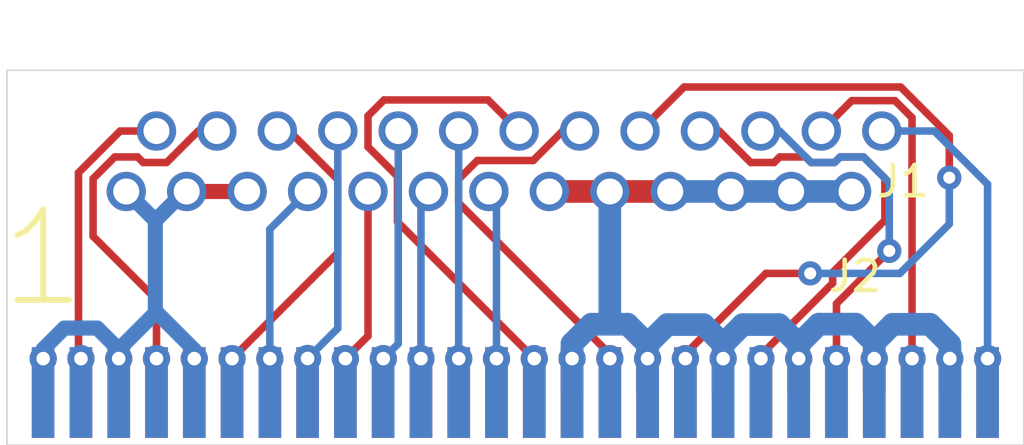
<source format=kicad_pcb>
(kicad_pcb (version 20171130) (host pcbnew "(5.1.5)-3")

  (general
    (thickness 1.6)
    (drawings 5)
    (tracks 185)
    (zones 0)
    (modules 2)
    (nets 20)
  )

  (page A4)
  (layers
    (0 F.Cu signal)
    (31 B.Cu signal)
    (32 B.Adhes user)
    (33 F.Adhes user)
    (34 B.Paste user)
    (35 F.Paste user)
    (36 B.SilkS user)
    (37 F.SilkS user)
    (38 B.Mask user)
    (39 F.Mask user)
    (40 Dwgs.User user)
    (41 Cmts.User user)
    (42 Eco1.User user)
    (43 Eco2.User user)
    (44 Edge.Cuts user)
    (45 Margin user)
    (46 B.CrtYd user)
    (47 F.CrtYd user)
    (48 B.Fab user)
    (49 F.Fab user)
  )

  (setup
    (last_trace_width 0.25)
    (user_trace_width 0.25)
    (user_trace_width 0.75)
    (trace_clearance 0.2)
    (zone_clearance 0.508)
    (zone_45_only no)
    (trace_min 0.2)
    (via_size 0.8)
    (via_drill 0.4)
    (via_min_size 0.4)
    (via_min_drill 0.3)
    (uvia_size 0.3)
    (uvia_drill 0.1)
    (uvias_allowed no)
    (uvia_min_size 0.2)
    (uvia_min_drill 0.1)
    (edge_width 0.05)
    (segment_width 0.2)
    (pcb_text_width 0.3)
    (pcb_text_size 1.5 1.5)
    (mod_edge_width 0.12)
    (mod_text_size 1 1)
    (mod_text_width 0.15)
    (pad_size 1.7 1.7)
    (pad_drill 1)
    (pad_to_mask_clearance 0.051)
    (solder_mask_min_width 0.25)
    (aux_axis_origin 0 0)
    (visible_elements 7FFFFFFF)
    (pcbplotparams
      (layerselection 0x010fc_ffffffff)
      (usegerberextensions false)
      (usegerberattributes false)
      (usegerberadvancedattributes false)
      (creategerberjobfile false)
      (excludeedgelayer true)
      (linewidth 0.100000)
      (plotframeref false)
      (viasonmask false)
      (mode 1)
      (useauxorigin false)
      (hpglpennumber 1)
      (hpglpenspeed 20)
      (hpglpendiameter 15.000000)
      (psnegative false)
      (psa4output false)
      (plotreference true)
      (plotvalue true)
      (plotinvisibletext false)
      (padsonsilk false)
      (subtractmaskfromsilk false)
      (outputformat 1)
      (mirror false)
      (drillshape 0)
      (scaleselection 1)
      (outputdirectory "gerber/"))
  )

  (net 0 "")
  (net 1 "Net-(J1-Pad26)")
  (net 2 "Net-(J1-Pad24)")
  (net 3 "Net-(J1-Pad2)")
  (net 4 "Net-(J1-Pad4)")
  (net 5 "Net-(J1-Pad6)")
  (net 6 "Net-(J1-Pad7)")
  (net 7 "Net-(J1-Pad8)")
  (net 8 "Net-(J1-Pad9)")
  (net 9 "Net-(J1-Pad10)")
  (net 10 "Net-(J1-Pad11)")
  (net 11 "Net-(J1-Pad12)")
  (net 12 "Net-(J1-Pad13)")
  (net 13 "Net-(J1-Pad14)")
  (net 14 "Net-(J1-Pad16)")
  (net 15 "Net-(J1-Pad18)")
  (net 16 "Net-(J1-Pad20)")
  (net 17 "Net-(J1-Pad22)")
  (net 18 GND)
  (net 19 VCC)

  (net_class Default "This is the default net class."
    (clearance 0.2)
    (trace_width 0.25)
    (via_dia 0.8)
    (via_drill 0.4)
    (uvia_dia 0.3)
    (uvia_drill 0.1)
    (add_net "Net-(J1-Pad10)")
    (add_net "Net-(J1-Pad11)")
    (add_net "Net-(J1-Pad12)")
    (add_net "Net-(J1-Pad13)")
    (add_net "Net-(J1-Pad14)")
    (add_net "Net-(J1-Pad16)")
    (add_net "Net-(J1-Pad18)")
    (add_net "Net-(J1-Pad2)")
    (add_net "Net-(J1-Pad20)")
    (add_net "Net-(J1-Pad22)")
    (add_net "Net-(J1-Pad24)")
    (add_net "Net-(J1-Pad26)")
    (add_net "Net-(J1-Pad4)")
    (add_net "Net-(J1-Pad6)")
    (add_net "Net-(J1-Pad7)")
    (add_net "Net-(J1-Pad8)")
    (add_net "Net-(J1-Pad9)")
  )

  (net_class power ""
    (clearance 0.3)
    (trace_width 0.75)
    (via_dia 1.5)
    (via_drill 0.8)
    (uvia_dia 0.3)
    (uvia_drill 0.1)
    (add_net GND)
  )

  (net_class power2 ""
    (clearance 0.3)
    (trace_width 0.5)
    (via_dia 1)
    (via_drill 0.5)
    (uvia_dia 0.3)
    (uvia_drill 0.1)
    (add_net VCC)
  )

  (module Connector:26pin_ffc_1mm (layer F.Cu) (tedit 63349608) (tstamp 62F71149)
    (at 124.142 52.8955 180)
    (path /62F6AA14)
    (fp_text reference J2 (at 0.89408 -7.51586) (layer F.SilkS)
      (effects (font (size 1 1) (thickness 0.15)))
    )
    (fp_text value Conn_01x26_Female (at 12.7381 0.7747) (layer F.Fab)
      (effects (font (size 1 1) (thickness 0.15)))
    )
    (fp_line (start -0.0381 -1.47066) (end -0.0381 -0.20066) (layer B.Paste) (width 0.12))
    (fp_line (start 0.99568 -1.4478) (end 0.99568 -0.1778) (layer B.Paste) (width 0.12))
    (fp_line (start 2.07518 -1.45796) (end 2.07518 -0.18796) (layer B.Paste) (width 0.12))
    (fp_line (start 4.21894 -1.44272) (end 2.94894 -1.44272) (layer B.Paste) (width 0.12))
    (fp_line (start 3.03784 -0.18796) (end 3.03784 -1.45796) (layer B.Paste) (width 0.12))
    (fp_line (start 5.48894 -0.17272) (end 4.21894 -0.17272) (layer B.Paste) (width 0.12))
    (fp_line (start 4.0132 -1.47066) (end 4.0132 -0.20066) (layer B.Paste) (width 0.12))
    (fp_line (start 6.75894 -1.44272) (end 5.48894 -1.44272) (layer B.Paste) (width 0.12))
    (fp_line (start 5.02158 -0.17526) (end 5.02158 -1.44526) (layer B.Paste) (width 0.12))
    (fp_line (start 8.02894 -0.17272) (end 6.75894 -0.17272) (layer B.Paste) (width 0.12))
    (fp_line (start 6.0198 -1.44526) (end 6.0198 -0.17526) (layer B.Paste) (width 0.12))
    (fp_line (start 9.29894 -1.44272) (end 8.02894 -1.44272) (layer B.Paste) (width 0.12))
    (fp_line (start 7.02818 -0.17526) (end 7.02818 -1.44526) (layer B.Paste) (width 0.12))
    (fp_line (start 10.56894 -0.17272) (end 9.29894 -0.17272) (layer B.Paste) (width 0.12))
    (fp_line (start 8.01878 -1.44526) (end 8.01878 -0.17526) (layer B.Paste) (width 0.12))
    (fp_line (start 11.83894 -1.44272) (end 10.56894 -1.44272) (layer B.Paste) (width 0.12))
    (fp_line (start 8.96874 -0.18796) (end 8.96874 -1.45796) (layer B.Paste) (width 0.12))
    (fp_line (start 13.10894 -0.17272) (end 11.83894 -0.17272) (layer B.Paste) (width 0.12))
    (fp_line (start 10.01014 -1.4351) (end 10.01014 -0.1651) (layer B.Paste) (width 0.12))
    (fp_line (start 14.37894 -1.44272) (end 13.10894 -1.44272) (layer B.Paste) (width 0.12))
    (fp_line (start 11.04138 -0.17526) (end 11.04138 -1.44526) (layer B.Paste) (width 0.12))
    (fp_line (start 15.64894 -0.17272) (end 14.37894 -0.17272) (layer B.Paste) (width 0.12))
    (fp_line (start 12.00404 -1.44526) (end 12.00404 -0.17526) (layer B.Paste) (width 0.12))
    (fp_line (start 16.91894 -1.44272) (end 15.64894 -1.44272) (layer B.Paste) (width 0.12))
    (fp_line (start 13.02766 -0.17018) (end 13.02766 -1.44018) (layer B.Paste) (width 0.12))
    (fp_line (start 18.18894 -0.17272) (end 16.91894 -0.17272) (layer B.Paste) (width 0.12))
    (fp_line (start 14.01318 -1.44526) (end 14.01318 -0.17526) (layer B.Paste) (width 0.12))
    (fp_line (start 19.45894 -1.44272) (end 18.18894 -1.44272) (layer B.Paste) (width 0.12))
    (fp_line (start 15.01394 -0.18034) (end 15.01394 -1.45034) (layer B.Paste) (width 0.12))
    (fp_line (start 20.72894 -0.17272) (end 19.45894 -0.17272) (layer B.Paste) (width 0.12))
    (fp_line (start 15.99692 -1.44526) (end 15.99692 -0.17526) (layer B.Paste) (width 0.12))
    (fp_line (start 21.99894 -1.44272) (end 20.72894 -1.44272) (layer B.Paste) (width 0.12))
    (fp_line (start 17.04594 -0.17018) (end 17.04594 -1.44018) (layer B.Paste) (width 0.12))
    (fp_line (start 23.26894 -0.17272) (end 21.99894 -0.17272) (layer B.Paste) (width 0.12))
    (fp_line (start 17.99082 -1.44526) (end 17.99082 -0.17526) (layer B.Paste) (width 0.12))
    (fp_line (start 24.53894 -1.44272) (end 23.26894 -1.44272) (layer B.Paste) (width 0.12))
    (fp_line (start 18.98142 -0.17526) (end 18.98142 -1.44526) (layer B.Paste) (width 0.12))
    (fp_line (start 25.80894 -0.17272) (end 24.53894 -0.17272) (layer B.Paste) (width 0.12))
    (fp_line (start 19.95424 -1.45034) (end 19.95424 -0.18034) (layer B.Paste) (width 0.12))
    (fp_line (start 21.00326 -0.18034) (end 21.00326 -1.45034) (layer B.Paste) (width 0.12))
    (fp_line (start 21.99894 -1.44272) (end 21.99894 -0.17272) (layer B.Paste) (width 0.12))
    (fp_line (start 23.01494 -0.17272) (end 23.01494 -1.44272) (layer B.Paste) (width 0.12))
    (fp_line (start 24.08174 -1.44272) (end 24.08174 -0.17272) (layer B.Paste) (width 0.12))
    (fp_line (start 25.06472 -0.16256) (end 25.06472 -1.43256) (layer B.Paste) (width 0.12))
    (fp_line (start -2 -1.44272) (end 26 -1.44272) (layer B.Paste) (width 0.12))
    (fp_line (start 26 -6.56272) (end 26 -0.17272) (layer B.Paste) (width 0.12))
    (fp_line (start -2 -6.56272) (end -2 -0.17272) (layer B.Paste) (width 0.12))
    (fp_line (start 26 -0.17272) (end -2 -0.17272) (layer B.Paste) (width 0.12))
    (fp_line (start -2 -6.56272) (end 26 -6.56272) (layer B.Paste) (width 0.12))
    (pad 25 thru_hole circle (at 1 -4.713 180) (size 1.3 1.3) (drill 0.86) (layers *.Cu *.Mask)
      (net 18 GND))
    (pad 26 thru_hole circle (at 0 -2.71272 180) (size 1.3 1.3) (drill 0.86) (layers *.Cu *.Mask)
      (net 1 "Net-(J1-Pad26)"))
    (pad 24 thru_hole circle (at 2 -2.71272 180) (size 1.3 1.3) (drill 0.86) (layers *.Cu *.Mask)
      (net 2 "Net-(J1-Pad24)"))
    (pad 1 thru_hole circle (at 25 -4.713 180) (size 1.3 1.3) (drill 0.86) (layers *.Cu *.Mask)
      (net 19 VCC))
    (pad 2 thru_hole circle (at 24 -2.71272 180) (size 1.3 1.3) (drill 0.86) (layers *.Cu *.Mask)
      (net 3 "Net-(J1-Pad2)"))
    (pad 3 thru_hole circle (at 23 -4.713 180) (size 1.3 1.3) (drill 0.86) (layers *.Cu *.Mask)
      (net 19 VCC))
    (pad 4 thru_hole circle (at 22 -2.71272 180) (size 1.3 1.3) (drill 0.86) (layers *.Cu *.Mask)
      (net 4 "Net-(J1-Pad4)"))
    (pad 5 thru_hole circle (at 21 -4.713 180) (size 1.3 1.3) (drill 0.86) (layers *.Cu *.Mask)
      (net 19 VCC))
    (pad 6 thru_hole circle (at 20 -2.71272 180) (size 1.3 1.3) (drill 0.86) (layers *.Cu *.Mask)
      (net 5 "Net-(J1-Pad6)"))
    (pad 7 thru_hole circle (at 19 -4.713 180) (size 1.3 1.3) (drill 0.86) (layers *.Cu *.Mask)
      (net 6 "Net-(J1-Pad7)"))
    (pad 8 thru_hole circle (at 18 -2.71272 180) (size 1.3 1.3) (drill 0.86) (layers *.Cu *.Mask)
      (net 7 "Net-(J1-Pad8)"))
    (pad 9 thru_hole circle (at 17 -4.713 180) (size 1.3 1.3) (drill 0.86) (layers *.Cu *.Mask)
      (net 8 "Net-(J1-Pad9)"))
    (pad 10 thru_hole circle (at 16 -2.71272 180) (size 1.3 1.3) (drill 0.86) (layers *.Cu *.Mask)
      (net 9 "Net-(J1-Pad10)"))
    (pad 11 thru_hole circle (at 15 -4.713 180) (size 1.3 1.3) (drill 0.86) (layers *.Cu *.Mask)
      (net 10 "Net-(J1-Pad11)"))
    (pad 12 thru_hole circle (at 14 -2.71272 180) (size 1.3 1.3) (drill 0.86) (layers *.Cu *.Mask)
      (net 11 "Net-(J1-Pad12)"))
    (pad 13 thru_hole circle (at 13 -4.713 180) (size 1.3 1.3) (drill 0.86) (layers *.Cu *.Mask)
      (net 12 "Net-(J1-Pad13)"))
    (pad 14 thru_hole circle (at 12 -2.71272 180) (size 1.3 1.3) (drill 0.86) (layers *.Cu *.Mask)
      (net 13 "Net-(J1-Pad14)"))
    (pad 15 thru_hole circle (at 11 -4.713 180) (size 1.3 1.3) (drill 0.86) (layers *.Cu *.Mask)
      (net 18 GND))
    (pad 16 thru_hole circle (at 10 -2.71272 180) (size 1.3 1.3) (drill 0.86) (layers *.Cu *.Mask)
      (net 14 "Net-(J1-Pad16)"))
    (pad 17 thru_hole circle (at 9 -4.713 180) (size 1.3 1.3) (drill 0.86) (layers *.Cu *.Mask)
      (net 18 GND))
    (pad 18 thru_hole circle (at 8 -2.71272 180) (size 1.3 1.3) (drill 0.86) (layers *.Cu *.Mask)
      (net 15 "Net-(J1-Pad18)"))
    (pad 19 thru_hole circle (at 7 -4.713 180) (size 1.3 1.3) (drill 0.86) (layers *.Cu *.Mask)
      (net 18 GND))
    (pad 20 thru_hole circle (at 6 -2.71272 180) (size 1.3 1.3) (drill 0.86) (layers *.Cu *.Mask)
      (net 16 "Net-(J1-Pad20)"))
    (pad 21 thru_hole circle (at 5 -4.713 180) (size 1.3 1.3) (drill 0.86) (layers *.Cu *.Mask)
      (net 18 GND))
    (pad 22 thru_hole circle (at 4 -2.71272 180) (size 1.3 1.3) (drill 0.86) (layers *.Cu *.Mask)
      (net 17 "Net-(J1-Pad22)"))
    (pad 23 thru_hole circle (at 3 -4.713 180) (size 1.3 1.3) (drill 0.86) (layers *.Cu *.Mask)
      (net 18 GND))
  )

  (module Connector:fdd_26_pin_insert_both_sides (layer F.Cu) (tedit 63C18887) (tstamp 62F710FA)
    (at 96.393 64.389)
    (path /62F680CE)
    (fp_text reference J1 (at 28.448 -7.112) (layer F.SilkS)
      (effects (font (size 1 1) (thickness 0.15)))
    )
    (fp_text value Conn_01x26_Female (at 14.28496 -5.74802) (layer F.Fab)
      (effects (font (size 1 1) (thickness 0.15)))
    )
    (pad 26 thru_hole circle (at 31.25 -1.25) (size 0.9 0.9) (drill 0.45) (layers *.Cu *.Mask)
      (net 1 "Net-(J1-Pad26)"))
    (pad 25 thru_hole circle (at 30 -1.25) (size 0.9 0.9) (drill 0.45) (layers *.Cu *.Mask)
      (net 18 GND))
    (pad 24 thru_hole circle (at 28.75 -1.25) (size 0.9 0.9) (drill 0.45) (layers *.Cu *.Mask)
      (net 2 "Net-(J1-Pad24)"))
    (pad 23 thru_hole circle (at 27.5 -1.25) (size 0.9 0.9) (drill 0.45) (layers *.Cu *.Mask)
      (net 18 GND))
    (pad 22 thru_hole circle (at 26.25 -1.25) (size 0.9 0.9) (drill 0.45) (layers *.Cu *.Mask)
      (net 17 "Net-(J1-Pad22)"))
    (pad 21 thru_hole circle (at 25 -1.25) (size 0.9 0.9) (drill 0.45) (layers *.Cu *.Mask)
      (net 18 GND))
    (pad 20 thru_hole circle (at 23.75 -1.25) (size 0.9 0.9) (drill 0.45) (layers *.Cu *.Mask)
      (net 16 "Net-(J1-Pad20)"))
    (pad 19 thru_hole circle (at 22.5 -1.25) (size 0.9 0.9) (drill 0.45) (layers *.Cu *.Mask)
      (net 18 GND))
    (pad 18 thru_hole circle (at 21.25 -1.25) (size 0.9 0.9) (drill 0.45) (layers *.Cu *.Mask)
      (net 15 "Net-(J1-Pad18)"))
    (pad 17 thru_hole circle (at 20 -1.25) (size 0.9 0.9) (drill 0.45) (layers *.Cu *.Mask)
      (net 18 GND))
    (pad 16 thru_hole circle (at 18.75 -1.25) (size 0.9 0.9) (drill 0.45) (layers *.Cu *.Mask)
      (net 14 "Net-(J1-Pad16)"))
    (pad 15 thru_hole circle (at 17.5 -1.25 90) (size 0.9 0.9) (drill 0.45) (layers *.Cu *.Mask)
      (net 18 GND))
    (pad 14 thru_hole circle (at 16.25 -1.25) (size 0.9 0.9) (drill 0.45) (layers *.Cu *.Mask)
      (net 13 "Net-(J1-Pad14)"))
    (pad 13 thru_hole circle (at 15 -1.25) (size 0.9 0.9) (drill 0.45) (layers *.Cu *.Mask)
      (net 12 "Net-(J1-Pad13)"))
    (pad 12 thru_hole circle (at 13.75 -1.25) (size 0.9 0.9) (drill 0.45) (layers *.Cu *.Mask)
      (net 11 "Net-(J1-Pad12)"))
    (pad 11 thru_hole circle (at 12.5 -1.25) (size 0.9 0.9) (drill 0.45) (layers *.Cu *.Mask)
      (net 10 "Net-(J1-Pad11)"))
    (pad 10 thru_hole circle (at 11.25474 -1.25) (size 0.9 0.9) (drill 0.45) (layers *.Cu *.Mask)
      (net 9 "Net-(J1-Pad10)"))
    (pad 9 thru_hole circle (at 10 -1.25) (size 0.9 0.9) (drill 0.45) (layers *.Cu *.Mask)
      (net 8 "Net-(J1-Pad9)"))
    (pad 8 thru_hole circle (at 8.75 -1.25476) (size 0.9 0.9) (drill 0.45) (layers *.Cu *.Mask)
      (net 7 "Net-(J1-Pad8)"))
    (pad 7 thru_hole circle (at 7.5 -1.25) (size 0.9 0.9) (drill 0.45) (layers *.Cu *.Mask)
      (net 6 "Net-(J1-Pad7)"))
    (pad 6 thru_hole circle (at 6.25 -1.25) (size 0.9 0.9) (drill 0.45) (layers *.Cu *.Mask)
      (net 5 "Net-(J1-Pad6)"))
    (pad 5 thru_hole circle (at 5 -1.25) (size 0.9 0.9) (drill 0.45) (layers *.Cu *.Mask)
      (net 19 VCC))
    (pad 4 thru_hole circle (at 3.75 -1.25) (size 0.9 0.9) (drill 0.45) (layers *.Cu *.Mask)
      (net 4 "Net-(J1-Pad4)"))
    (pad 3 thru_hole circle (at 2.5 -1.25) (size 0.9 0.9) (drill 0.45) (layers *.Cu *.Mask)
      (net 19 VCC))
    (pad 2 thru_hole circle (at 1.25 -1.25 90) (size 0.9 0.9) (drill 0.45) (layers *.Cu *.Mask)
      (net 3 "Net-(J1-Pad2)"))
    (pad 1 thru_hole circle (at 0 -1.25) (size 0.9 0.9) (drill 0.45) (layers *.Cu *.Mask)
      (net 19 VCC))
    (pad 26 connect rect (at 31.25 -0.127) (size 0.75 3) (layers F.Cu F.Mask)
      (net 1 "Net-(J1-Pad26)"))
    (pad 25 connect rect (at 30 -0.127) (size 0.75 3) (layers F.Cu F.Mask)
      (net 18 GND))
    (pad 24 connect rect (at 28.75 -0.127) (size 0.75 3) (layers F.Cu F.Mask)
      (net 2 "Net-(J1-Pad24)"))
    (pad 23 connect rect (at 27.5 -0.127) (size 0.75 3) (layers F.Cu F.Mask)
      (net 18 GND))
    (pad 22 connect rect (at 26.25 -0.127) (size 0.75 3) (layers F.Cu F.Mask)
      (net 17 "Net-(J1-Pad22)"))
    (pad 21 connect rect (at 25 -0.127) (size 0.75 3) (layers F.Cu F.Mask)
      (net 18 GND))
    (pad 20 connect rect (at 23.75 -0.127) (size 0.75 3) (layers F.Cu F.Mask)
      (net 16 "Net-(J1-Pad20)"))
    (pad 19 connect rect (at 22.5 -0.127) (size 0.75 3) (layers F.Cu F.Mask)
      (net 18 GND))
    (pad 18 connect rect (at 21.25 -0.127) (size 0.75 3) (layers F.Cu F.Mask)
      (net 15 "Net-(J1-Pad18)"))
    (pad 17 connect rect (at 20 -0.127) (size 0.75 3) (layers F.Cu F.Mask)
      (net 18 GND))
    (pad 16 connect rect (at 18.75 -0.127) (size 0.75 3) (layers F.Cu F.Mask)
      (net 14 "Net-(J1-Pad16)"))
    (pad 15 connect rect (at 17.5 -0.127) (size 0.75 3) (layers F.Cu F.Mask)
      (net 18 GND))
    (pad 14 connect rect (at 16.25 -0.127) (size 0.75 3) (layers F.Cu F.Mask)
      (net 13 "Net-(J1-Pad14)"))
    (pad 13 connect rect (at 15 -0.127) (size 0.75 3) (layers F.Cu F.Mask)
      (net 12 "Net-(J1-Pad13)"))
    (pad 12 connect rect (at 13.75 -0.127) (size 0.75 3) (layers F.Cu F.Mask)
      (net 11 "Net-(J1-Pad12)"))
    (pad 11 connect rect (at 12.5 -0.127) (size 0.75 3) (layers F.Cu F.Mask)
      (net 10 "Net-(J1-Pad11)"))
    (pad 10 connect rect (at 11.25 -0.127) (size 0.75 3) (layers F.Cu F.Mask)
      (net 9 "Net-(J1-Pad10)"))
    (pad 9 connect rect (at 10 -0.127) (size 0.75 3) (layers F.Cu F.Mask)
      (net 8 "Net-(J1-Pad9)"))
    (pad 8 connect rect (at 8.75 -0.127) (size 0.75 3) (layers F.Cu F.Mask)
      (net 7 "Net-(J1-Pad8)"))
    (pad 7 connect rect (at 7.5 -0.127) (size 0.75 3) (layers F.Cu F.Mask)
      (net 6 "Net-(J1-Pad7)"))
    (pad 6 connect rect (at 6.25 -0.127) (size 0.75 3) (layers F.Cu F.Mask)
      (net 5 "Net-(J1-Pad6)"))
    (pad 5 connect rect (at 5 -0.127) (size 0.75 3) (layers F.Cu F.Mask)
      (net 19 VCC))
    (pad 4 connect rect (at 3.75 -0.127) (size 0.75 3) (layers F.Cu F.Mask)
      (net 4 "Net-(J1-Pad4)"))
    (pad 3 connect rect (at 2.5 -0.127) (size 0.75 3) (layers F.Cu F.Mask)
      (net 19 VCC))
    (pad 2 connect rect (at 1.25 -0.127) (size 0.75 3) (layers F.Cu F.Mask)
      (net 3 "Net-(J1-Pad2)"))
    (pad 1 connect rect (at 0 -0.127) (size 0.75 3) (layers F.Cu F.Mask)
      (net 19 VCC))
    (pad 1 connect rect (at 0 -0.127) (size 0.75 3) (layers B.Cu B.Mask)
      (net 19 VCC))
    (pad 2 connect rect (at 1.25 -0.127) (size 0.75 3) (layers B.Cu B.Mask)
      (net 3 "Net-(J1-Pad2)"))
    (pad 3 connect rect (at 2.5 -0.127) (size 0.75 3) (layers B.Cu B.Mask)
      (net 19 VCC))
    (pad 4 connect rect (at 3.75 -0.127) (size 0.75 3) (layers B.Cu B.Mask)
      (net 4 "Net-(J1-Pad4)"))
    (pad 5 connect rect (at 5 -0.127) (size 0.75 3) (layers B.Cu B.Mask)
      (net 19 VCC))
    (pad 6 connect rect (at 6.25 -0.127) (size 0.75 3) (layers B.Cu B.Mask)
      (net 5 "Net-(J1-Pad6)"))
    (pad 7 connect rect (at 7.5 -0.127) (size 0.75 3) (layers B.Cu B.Mask)
      (net 6 "Net-(J1-Pad7)"))
    (pad 8 connect rect (at 8.75 -0.127) (size 0.75 3) (layers B.Cu B.Mask)
      (net 7 "Net-(J1-Pad8)"))
    (pad 9 connect rect (at 10 -0.127) (size 0.75 3) (layers B.Cu B.Mask)
      (net 8 "Net-(J1-Pad9)"))
    (pad 10 connect rect (at 11.25 -0.127) (size 0.75 3) (layers B.Cu B.Mask)
      (net 9 "Net-(J1-Pad10)"))
    (pad 11 connect rect (at 12.5 -0.127) (size 0.75 3) (layers B.Cu B.Mask)
      (net 10 "Net-(J1-Pad11)"))
    (pad 12 connect rect (at 13.75 -0.127) (size 0.75 3) (layers B.Cu B.Mask)
      (net 11 "Net-(J1-Pad12)"))
    (pad 13 connect rect (at 15 -0.127) (size 0.75 3) (layers B.Cu B.Mask)
      (net 12 "Net-(J1-Pad13)"))
    (pad 14 connect rect (at 16.25 -0.127) (size 0.75 3) (layers B.Cu B.Mask)
      (net 13 "Net-(J1-Pad14)"))
    (pad 15 connect rect (at 17.5 -0.127) (size 0.75 3) (layers B.Cu B.Mask)
      (net 18 GND))
    (pad 16 connect rect (at 18.75 -0.127) (size 0.75 3) (layers B.Cu B.Mask)
      (net 14 "Net-(J1-Pad16)"))
    (pad 17 connect rect (at 20 -0.127) (size 0.75 3) (layers B.Cu B.Mask)
      (net 18 GND))
    (pad 18 connect rect (at 21.25 -0.127) (size 0.75 3) (layers B.Cu B.Mask)
      (net 15 "Net-(J1-Pad18)"))
    (pad 19 connect rect (at 22.5 -0.127) (size 0.75 3) (layers B.Cu B.Mask)
      (net 18 GND))
    (pad 20 connect rect (at 23.75 -0.127) (size 0.75 3) (layers B.Cu B.Mask)
      (net 16 "Net-(J1-Pad20)"))
    (pad 21 connect rect (at 25 -0.127) (size 0.75 3) (layers B.Cu B.Mask)
      (net 18 GND))
    (pad 22 connect rect (at 26.25 -0.127) (size 0.75 3) (layers B.Cu B.Mask)
      (net 17 "Net-(J1-Pad22)"))
    (pad 23 connect rect (at 27.5 -0.127) (size 0.75 3) (layers B.Cu B.Mask)
      (net 18 GND))
    (pad 24 connect rect (at 28.75 -0.127) (size 0.75 3) (layers B.Cu B.Mask)
      (net 2 "Net-(J1-Pad24)"))
    (pad 25 connect rect (at 30 -0.127) (size 0.75 3) (layers B.Cu B.Mask)
      (net 18 GND))
    (pad 26 connect rect (at 31.25 -0.127) (size 0.75 3) (layers B.Cu B.Mask)
      (net 1 "Net-(J1-Pad26)"))
  )

  (gr_text 1 (at 96.393 59.817) (layer F.SilkS)
    (effects (font (size 3 3) (thickness 0.2)))
  )
  (gr_line (start 128.843 66) (end 95.193 66) (layer Edge.Cuts) (width 0.05))
  (gr_line (start 95.193 66) (end 95.193 53.6) (layer Edge.Cuts) (width 0.05))
  (gr_line (start 128.843 53.6) (end 128.843 66) (layer Edge.Cuts) (width 0.05))
  (gr_line (start 95.193 53.6) (end 128.843 53.6) (layer Edge.Cuts) (width 0.05))

  (segment (start 127.643 63.139) (end 127.643 57.3712) (width 0.25) (layer B.Cu) (net 1))
  (segment (start 127.643 57.3712) (end 125.88 55.6082) (width 0.25) (layer B.Cu) (net 1))
  (segment (start 125.88 55.6082) (end 124.142 55.6082) (width 0.25) (layer B.Cu) (net 1))
  (segment (start 127.643 64.262) (end 127.643 63.139) (width 0.25) (layer B.Cu) (net 1))
  (segment (start 127.643 64.262) (end 127.643 63.139) (width 0.25) (layer F.Cu) (net 1))
  (segment (start 125.143 63.139) (end 125.143 55.1681) (width 0.25) (layer F.Cu) (net 2))
  (segment (start 125.143 55.1681) (end 124.5774 54.6025) (width 0.25) (layer F.Cu) (net 2))
  (segment (start 124.5774 54.6025) (end 123.1477 54.6025) (width 0.25) (layer F.Cu) (net 2))
  (segment (start 123.1477 54.6025) (end 122.142 55.6082) (width 0.25) (layer F.Cu) (net 2))
  (segment (start 125.143 64.262) (end 125.143 63.139) (width 0.25) (layer F.Cu) (net 2))
  (segment (start 125.143 64.262) (end 125.143 63.139) (width 0.25) (layer B.Cu) (net 2))
  (segment (start 97.643 63.139) (end 97.643 64.262) (width 0.25) (layer F.Cu) (net 3))
  (segment (start 100.142 55.6082) (end 98.9398 55.6082) (width 0.25) (layer F.Cu) (net 3))
  (segment (start 98.9398 55.6082) (end 97.561 56.987) (width 0.25) (layer F.Cu) (net 3))
  (segment (start 97.561 56.987) (end 97.561 63.057) (width 0.25) (layer F.Cu) (net 3))
  (segment (start 97.561 63.057) (end 97.643 63.139) (width 0.25) (layer F.Cu) (net 3))
  (segment (start 97.643 64.262) (end 97.643 63.139) (width 0.25) (layer B.Cu) (net 3))
  (segment (start 100.143 64.262) (end 100.143 63.139) (width 0.25) (layer B.Cu) (net 4))
  (segment (start 100.143 63.139) (end 100.143 61.1893) (width 0.25) (layer F.Cu) (net 4))
  (segment (start 100.143 61.1893) (end 98.0445 59.0908) (width 0.25) (layer F.Cu) (net 4))
  (segment (start 98.0445 59.0908) (end 98.0445 57.1851) (width 0.25) (layer F.Cu) (net 4))
  (segment (start 98.0445 57.1851) (end 98.7634 56.4662) (width 0.25) (layer F.Cu) (net 4))
  (segment (start 98.7634 56.4662) (end 99.5206 56.4662) (width 0.25) (layer F.Cu) (net 4))
  (segment (start 99.5206 56.4662) (end 99.7049 56.6505) (width 0.25) (layer F.Cu) (net 4))
  (segment (start 99.7049 56.6505) (end 100.4792 56.6505) (width 0.25) (layer F.Cu) (net 4))
  (segment (start 100.4792 56.6505) (end 101.5215 55.6082) (width 0.25) (layer F.Cu) (net 4))
  (segment (start 101.5215 55.6082) (end 102.142 55.6082) (width 0.25) (layer F.Cu) (net 4))
  (segment (start 100.143 64.262) (end 100.143 63.139) (width 0.25) (layer F.Cu) (net 4))
  (segment (start 102.643 63.139) (end 106.142 59.64) (width 0.25) (layer F.Cu) (net 5))
  (segment (start 106.142 59.64) (end 106.142 57.2155) (width 0.25) (layer F.Cu) (net 5))
  (segment (start 106.142 57.2155) (end 104.5347 55.6082) (width 0.25) (layer F.Cu) (net 5))
  (segment (start 104.5347 55.6082) (end 104.142 55.6082) (width 0.25) (layer F.Cu) (net 5))
  (segment (start 102.643 64.262) (end 102.643 63.139) (width 0.25) (layer F.Cu) (net 5))
  (segment (start 102.643 64.262) (end 102.643 63.139) (width 0.25) (layer B.Cu) (net 5))
  (segment (start 103.893 63.139) (end 103.893 58.8575) (width 0.25) (layer B.Cu) (net 6))
  (segment (start 103.893 58.8575) (end 105.142 57.6085) (width 0.25) (layer B.Cu) (net 6))
  (segment (start 103.893 64.262) (end 103.893 63.139) (width 0.25) (layer B.Cu) (net 6))
  (segment (start 103.893 64.262) (end 103.893 63.139) (width 0.25) (layer F.Cu) (net 6))
  (segment (start 105.143 63.1342) (end 106.142 62.1352) (width 0.25) (layer B.Cu) (net 7))
  (segment (start 106.142 62.1352) (end 106.142 55.6082) (width 0.25) (layer B.Cu) (net 7))
  (segment (start 105.143 64.262) (end 105.143 63.1342) (width 0.25) (layer B.Cu) (net 7))
  (segment (start 105.143 64.262) (end 105.143 63.1342) (width 0.25) (layer F.Cu) (net 7))
  (segment (start 106.393 63.139) (end 107.142 62.39) (width 0.25) (layer F.Cu) (net 8))
  (segment (start 107.142 62.39) (end 107.142 57.6085) (width 0.25) (layer F.Cu) (net 8))
  (segment (start 106.393 64.262) (end 106.393 63.139) (width 0.25) (layer F.Cu) (net 8))
  (segment (start 106.393 64.262) (end 106.393 63.139) (width 0.25) (layer B.Cu) (net 8))
  (segment (start 107.6477 63.139) (end 108.142 62.6447) (width 0.25) (layer B.Cu) (net 9))
  (segment (start 108.142 62.6447) (end 108.142 55.6082) (width 0.25) (layer B.Cu) (net 9))
  (segment (start 107.643 64.262) (end 107.6477 64.2573) (width 0.25) (layer B.Cu) (net 9))
  (segment (start 107.6477 64.2573) (end 107.6477 63.139) (width 0.25) (layer B.Cu) (net 9))
  (segment (start 107.643 64.262) (end 107.6477 64.2573) (width 0.25) (layer F.Cu) (net 9))
  (segment (start 107.6477 64.2573) (end 107.6477 63.139) (width 0.25) (layer F.Cu) (net 9))
  (segment (start 108.893 63.139) (end 108.893 57.8575) (width 0.25) (layer B.Cu) (net 10))
  (segment (start 108.893 57.8575) (end 109.142 57.6085) (width 0.25) (layer B.Cu) (net 10))
  (segment (start 108.893 64.262) (end 108.893 63.139) (width 0.25) (layer B.Cu) (net 10))
  (segment (start 108.893 64.262) (end 108.893 63.139) (width 0.25) (layer F.Cu) (net 10))
  (segment (start 110.143 63.139) (end 110.142 63.138) (width 0.25) (layer B.Cu) (net 11))
  (segment (start 110.142 63.138) (end 110.142 55.6082) (width 0.25) (layer B.Cu) (net 11))
  (segment (start 110.143 64.262) (end 110.143 63.139) (width 0.25) (layer B.Cu) (net 11))
  (segment (start 110.143 64.262) (end 110.143 63.139) (width 0.25) (layer F.Cu) (net 11))
  (segment (start 111.393 63.139) (end 111.393 57.8595) (width 0.25) (layer B.Cu) (net 12))
  (segment (start 111.393 57.8595) (end 111.142 57.6085) (width 0.25) (layer B.Cu) (net 12))
  (segment (start 111.393 64.262) (end 111.393 63.139) (width 0.25) (layer B.Cu) (net 12))
  (segment (start 111.393 64.262) (end 111.393 63.139) (width 0.25) (layer F.Cu) (net 12))
  (segment (start 112.643 63.139) (end 108.1174 58.6134) (width 0.25) (layer F.Cu) (net 13))
  (segment (start 108.1174 58.6134) (end 108.1174 57.1084) (width 0.25) (layer F.Cu) (net 13))
  (segment (start 108.1174 57.1084) (end 107.142 56.133) (width 0.25) (layer F.Cu) (net 13))
  (segment (start 107.142 56.133) (end 107.142 55.108) (width 0.25) (layer F.Cu) (net 13))
  (segment (start 107.142 55.108) (end 107.6706 54.5794) (width 0.25) (layer F.Cu) (net 13))
  (segment (start 107.6706 54.5794) (end 111.1132 54.5794) (width 0.25) (layer F.Cu) (net 13))
  (segment (start 111.1132 54.5794) (end 112.142 55.6082) (width 0.25) (layer F.Cu) (net 13))
  (segment (start 112.643 64.262) (end 112.643 63.139) (width 0.25) (layer F.Cu) (net 13))
  (segment (start 112.643 64.262) (end 112.643 63.139) (width 0.25) (layer B.Cu) (net 13))
  (segment (start 115.143 63.139) (end 115.143 62.989) (width 0.25) (layer F.Cu) (net 14))
  (segment (start 115.143 62.989) (end 110.142 57.988) (width 0.25) (layer F.Cu) (net 14))
  (segment (start 110.142 57.988) (end 110.142 57.2017) (width 0.25) (layer F.Cu) (net 14))
  (segment (start 110.142 57.2017) (end 110.7601 56.5836) (width 0.25) (layer F.Cu) (net 14))
  (segment (start 110.7601 56.5836) (end 112.6083 56.5836) (width 0.25) (layer F.Cu) (net 14))
  (segment (start 112.6083 56.5836) (end 113.5837 55.6082) (width 0.25) (layer F.Cu) (net 14))
  (segment (start 113.5837 55.6082) (end 114.142 55.6082) (width 0.25) (layer F.Cu) (net 14))
  (segment (start 115.143 64.262) (end 115.143 63.139) (width 0.25) (layer F.Cu) (net 14))
  (segment (start 115.143 64.262) (end 115.143 63.139) (width 0.25) (layer B.Cu) (net 14))
  (segment (start 126.3752 57.1516) (end 126.3752 55.7593) (width 0.25) (layer F.Cu) (net 15))
  (segment (start 126.3752 55.7593) (end 124.768 54.1521) (width 0.25) (layer F.Cu) (net 15))
  (segment (start 124.768 54.1521) (end 117.5981 54.1521) (width 0.25) (layer F.Cu) (net 15))
  (segment (start 117.5981 54.1521) (end 116.142 55.6082) (width 0.25) (layer F.Cu) (net 15))
  (segment (start 121.7734 60.3193) (end 124.7407 60.3193) (width 0.25) (layer B.Cu) (net 15))
  (segment (start 124.7407 60.3193) (end 126.3752 58.6848) (width 0.25) (layer B.Cu) (net 15))
  (segment (start 126.3752 58.6848) (end 126.3752 57.1516) (width 0.25) (layer B.Cu) (net 15))
  (segment (start 117.643 63.139) (end 117.643 62.984) (width 0.25) (layer F.Cu) (net 15))
  (segment (start 117.643 62.984) (end 120.3077 60.3193) (width 0.25) (layer F.Cu) (net 15))
  (segment (start 120.3077 60.3193) (end 121.7734 60.3193) (width 0.25) (layer F.Cu) (net 15))
  (segment (start 117.643 64.262) (end 117.643 63.139) (width 0.25) (layer F.Cu) (net 15))
  (segment (start 117.643 64.262) (end 117.643 63.139) (width 0.25) (layer B.Cu) (net 15))
  (via (at 126.3752 57.1516) (size 0.8) (layers F.Cu B.Cu) (net 15))
  (via (at 121.7734 60.3193) (size 0.8) (layers F.Cu B.Cu) (net 15))
  (segment (start 120.143 63.139) (end 120.143 63.0174) (width 0.25) (layer F.Cu) (net 16))
  (segment (start 120.143 63.0174) (end 122.5172 60.6432) (width 0.25) (layer F.Cu) (net 16))
  (segment (start 122.5172 60.6432) (end 122.5172 60.2857) (width 0.25) (layer F.Cu) (net 16))
  (segment (start 122.5172 60.2857) (end 124.2444 58.5585) (width 0.25) (layer F.Cu) (net 16))
  (segment (start 124.2444 58.5585) (end 124.2444 57.1696) (width 0.25) (layer F.Cu) (net 16))
  (segment (start 124.2444 57.1696) (end 123.541 56.4662) (width 0.25) (layer F.Cu) (net 16))
  (segment (start 123.541 56.4662) (end 122.7635 56.4662) (width 0.25) (layer F.Cu) (net 16))
  (segment (start 122.7635 56.4662) (end 122.5792 56.6505) (width 0.25) (layer F.Cu) (net 16))
  (segment (start 122.5792 56.6505) (end 121.8049 56.6505) (width 0.25) (layer F.Cu) (net 16))
  (segment (start 121.8049 56.6505) (end 121.6206 56.4662) (width 0.25) (layer F.Cu) (net 16))
  (segment (start 121.6206 56.4662) (end 120.7635 56.4662) (width 0.25) (layer F.Cu) (net 16))
  (segment (start 120.7635 56.4662) (end 120.5792 56.6505) (width 0.25) (layer F.Cu) (net 16))
  (segment (start 120.5792 56.6505) (end 119.8049 56.6505) (width 0.25) (layer F.Cu) (net 16))
  (segment (start 119.8049 56.6505) (end 118.7626 55.6082) (width 0.25) (layer F.Cu) (net 16))
  (segment (start 118.7626 55.6082) (end 118.142 55.6082) (width 0.25) (layer F.Cu) (net 16))
  (segment (start 120.143 64.262) (end 120.143 63.139) (width 0.25) (layer F.Cu) (net 16))
  (segment (start 120.143 64.262) (end 120.143 63.139) (width 0.25) (layer B.Cu) (net 16))
  (segment (start 122.643 63.139) (end 122.643 61.3209) (width 0.25) (layer F.Cu) (net 17))
  (segment (start 122.643 61.3209) (end 124.3892 59.5747) (width 0.25) (layer F.Cu) (net 17))
  (segment (start 120.142 55.6082) (end 120.7626 55.6082) (width 0.25) (layer B.Cu) (net 17))
  (segment (start 120.7626 55.6082) (end 121.8049 56.6505) (width 0.25) (layer B.Cu) (net 17))
  (segment (start 121.8049 56.6505) (end 122.5792 56.6505) (width 0.25) (layer B.Cu) (net 17))
  (segment (start 122.5792 56.6505) (end 122.7635 56.4662) (width 0.25) (layer B.Cu) (net 17))
  (segment (start 122.7635 56.4662) (end 123.537 56.4662) (width 0.25) (layer B.Cu) (net 17))
  (segment (start 123.537 56.4662) (end 124.3892 57.3184) (width 0.25) (layer B.Cu) (net 17))
  (segment (start 124.3892 57.3184) (end 124.3892 59.5747) (width 0.25) (layer B.Cu) (net 17))
  (segment (start 122.643 64.262) (end 122.643 63.139) (width 0.25) (layer F.Cu) (net 17))
  (segment (start 122.643 64.262) (end 122.643 63.139) (width 0.25) (layer B.Cu) (net 17))
  (via (at 124.3892 59.5747) (size 0.8) (layers F.Cu B.Cu) (net 17))
  (segment (start 123.893 62.6097) (end 123.893 63.139) (width 0.75) (layer B.Cu) (net 18))
  (segment (start 126.393 63.139) (end 126.393 62.6568) (width 0.75) (layer B.Cu) (net 18))
  (segment (start 126.393 62.6568) (end 125.7395 62.0033) (width 0.75) (layer B.Cu) (net 18))
  (segment (start 125.7395 62.0033) (end 124.4994 62.0033) (width 0.75) (layer B.Cu) (net 18))
  (segment (start 124.4994 62.0033) (end 123.893 62.6097) (width 0.75) (layer B.Cu) (net 18))
  (segment (start 123.893 62.6097) (end 123.2826 61.9993) (width 0.75) (layer B.Cu) (net 18))
  (segment (start 123.2826 61.9993) (end 122.0572 61.9993) (width 0.75) (layer B.Cu) (net 18))
  (segment (start 122.0572 61.9993) (end 121.393 62.6635) (width 0.75) (layer B.Cu) (net 18))
  (segment (start 121.393 62.6635) (end 120.7431 62.0136) (width 0.75) (layer B.Cu) (net 18))
  (segment (start 120.7431 62.0136) (end 119.5429 62.0136) (width 0.75) (layer B.Cu) (net 18))
  (segment (start 119.5429 62.0136) (end 118.893 62.6635) (width 0.75) (layer B.Cu) (net 18))
  (segment (start 121.393 63.139) (end 121.393 62.6635) (width 0.75) (layer B.Cu) (net 18))
  (segment (start 126.393 64.262) (end 126.393 63.139) (width 0.75) (layer B.Cu) (net 18))
  (segment (start 116.393 62.6635) (end 116.393 63.139) (width 0.75) (layer B.Cu) (net 18))
  (segment (start 118.893 62.6635) (end 118.2431 62.0136) (width 0.75) (layer B.Cu) (net 18))
  (segment (start 118.2431 62.0136) (end 117.0429 62.0136) (width 0.75) (layer B.Cu) (net 18))
  (segment (start 117.0429 62.0136) (end 116.393 62.6635) (width 0.75) (layer B.Cu) (net 18))
  (segment (start 116.393 62.6635) (end 115.7308 62.0013) (width 0.75) (layer B.Cu) (net 18))
  (segment (start 115.7308 62.0013) (end 115.142 62.0013) (width 0.75) (layer B.Cu) (net 18))
  (segment (start 115.142 62.0013) (end 115.142 57.6085) (width 0.75) (layer B.Cu) (net 18))
  (segment (start 113.893 63.139) (end 113.893 62.6412) (width 0.75) (layer B.Cu) (net 18))
  (segment (start 113.893 62.6412) (end 114.5329 62.0013) (width 0.75) (layer B.Cu) (net 18))
  (segment (start 114.5329 62.0013) (end 115.142 62.0013) (width 0.75) (layer B.Cu) (net 18))
  (segment (start 118.893 62.6635) (end 118.893 63.139) (width 0.75) (layer B.Cu) (net 18))
  (segment (start 115.142 57.6085) (end 113.142 57.6085) (width 0.75) (layer F.Cu) (net 18))
  (segment (start 117.142 57.6085) (end 115.142 57.6085) (width 0.75) (layer F.Cu) (net 18))
  (segment (start 121.142 57.6085) (end 119.142 57.6085) (width 0.75) (layer B.Cu) (net 18))
  (segment (start 123.142 57.6085) (end 121.142 57.6085) (width 0.75) (layer B.Cu) (net 18))
  (segment (start 117.142 57.6085) (end 119.142 57.6085) (width 0.75) (layer B.Cu) (net 18))
  (segment (start 123.893 64.262) (end 123.893 63.139) (width 0.75) (layer B.Cu) (net 18))
  (segment (start 121.393 64.262) (end 121.393 63.139) (width 0.75) (layer B.Cu) (net 18))
  (segment (start 118.893 64.262) (end 118.893 63.139) (width 0.75) (layer B.Cu) (net 18))
  (segment (start 116.393 64.262) (end 116.393 63.139) (width 0.75) (layer B.Cu) (net 18))
  (segment (start 113.893 64.262) (end 113.893 63.139) (width 0.75) (layer B.Cu) (net 18))
  (segment (start 126.393 64.262) (end 126.393 63.139) (width 0.75) (layer F.Cu) (net 18))
  (segment (start 123.893 64.262) (end 123.893 63.139) (width 0.75) (layer F.Cu) (net 18))
  (segment (start 121.393 64.262) (end 121.393 63.139) (width 0.75) (layer F.Cu) (net 18))
  (segment (start 118.893 64.262) (end 118.893 63.139) (width 0.75) (layer F.Cu) (net 18))
  (segment (start 116.393 64.262) (end 116.393 63.139) (width 0.75) (layer F.Cu) (net 18))
  (segment (start 113.893 64.262) (end 113.893 63.139) (width 0.75) (layer F.Cu) (net 18))
  (segment (start 100.1045 58.571) (end 99.142 57.6085) (width 0.5) (layer B.Cu) (net 19))
  (segment (start 100.1045 61.6272) (end 100.1045 58.571) (width 0.5) (layer B.Cu) (net 19))
  (segment (start 101.142 57.6085) (end 101.067 57.6085) (width 0.5) (layer B.Cu) (net 19))
  (segment (start 101.067 57.6085) (end 100.1045 58.571) (width 0.5) (layer B.Cu) (net 19))
  (segment (start 100.1045 61.6272) (end 98.893 62.8387) (width 0.5) (layer B.Cu) (net 19))
  (segment (start 101.393 63.139) (end 101.393 62.8517) (width 0.5) (layer B.Cu) (net 19))
  (segment (start 101.393 62.8517) (end 100.1685 61.6272) (width 0.5) (layer B.Cu) (net 19))
  (segment (start 100.1685 61.6272) (end 100.1045 61.6272) (width 0.5) (layer B.Cu) (net 19))
  (segment (start 98.893 62.8387) (end 98.893 63.139) (width 0.5) (layer B.Cu) (net 19))
  (segment (start 98.893 62.8387) (end 98.182 62.1277) (width 0.5) (layer B.Cu) (net 19))
  (segment (start 98.182 62.1277) (end 97.0927 62.1277) (width 0.5) (layer B.Cu) (net 19))
  (segment (start 97.0927 62.1277) (end 96.393 62.8274) (width 0.5) (layer B.Cu) (net 19))
  (segment (start 96.393 62.8274) (end 96.393 63.139) (width 0.5) (layer B.Cu) (net 19))
  (segment (start 96.393 64.262) (end 96.393 63.139) (width 0.5) (layer B.Cu) (net 19))
  (segment (start 101.393 64.262) (end 101.393 63.139) (width 0.5) (layer B.Cu) (net 19))
  (segment (start 103.142 57.6085) (end 101.142 57.6085) (width 0.5) (layer F.Cu) (net 19))
  (segment (start 98.893 64.262) (end 98.893 63.139) (width 0.5) (layer B.Cu) (net 19))
  (segment (start 101.393 64.262) (end 101.393 63.139) (width 0.5) (layer F.Cu) (net 19))
  (segment (start 98.893 64.262) (end 98.893 63.139) (width 0.5) (layer F.Cu) (net 19))
  (segment (start 96.393 64.262) (end 96.393 63.139) (width 0.5) (layer F.Cu) (net 19))

)

</source>
